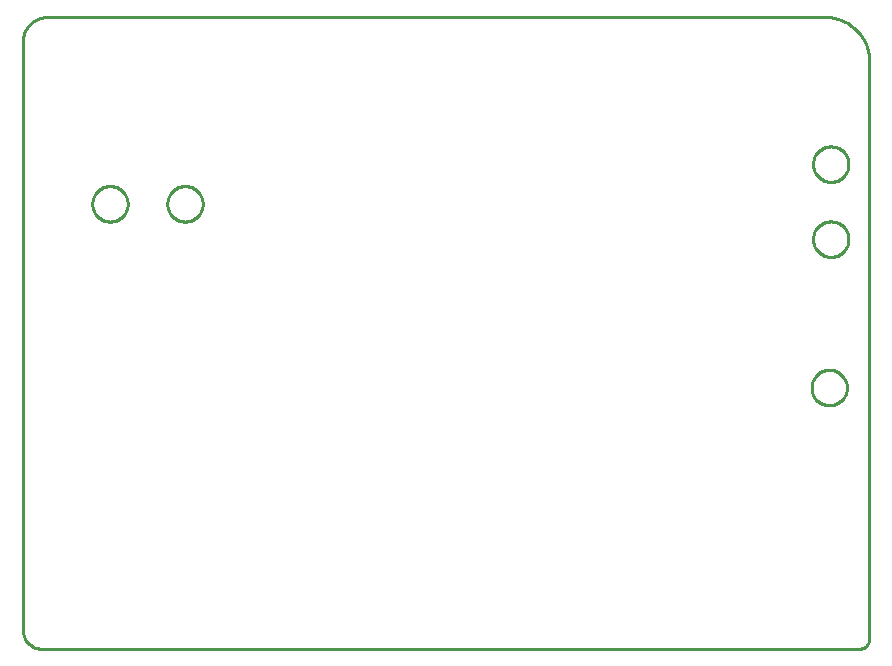
<source format=gbr>
G04 EAGLE Gerber RS-274X export*
G75*
%MOMM*%
%FSLAX34Y34*%
%LPD*%
%IN*%
%IPPOS*%
%AMOC8*
5,1,8,0,0,1.08239X$1,22.5*%
G01*
%ADD10C,0.254000*%


D10*
X406400Y1270D02*
X406458Y-58D01*
X406632Y-1376D01*
X406919Y-2674D01*
X407319Y-3942D01*
X407828Y-5171D01*
X408442Y-6350D01*
X409156Y-7471D01*
X409965Y-8526D01*
X410864Y-9506D01*
X411844Y-10405D01*
X412899Y-11214D01*
X414020Y-11928D01*
X415199Y-12542D01*
X416428Y-13051D01*
X417696Y-13451D01*
X418994Y-13738D01*
X420312Y-13912D01*
X421640Y-13970D01*
X1115060Y-13970D01*
X1115724Y-13941D01*
X1116383Y-13854D01*
X1117032Y-13710D01*
X1117666Y-13510D01*
X1118280Y-13256D01*
X1118870Y-12949D01*
X1119431Y-12592D01*
X1119958Y-12187D01*
X1120448Y-11738D01*
X1120897Y-11248D01*
X1121302Y-10721D01*
X1121659Y-10160D01*
X1121966Y-9570D01*
X1122220Y-8956D01*
X1122420Y-8322D01*
X1122564Y-7673D01*
X1122651Y-7014D01*
X1122680Y-6350D01*
X1122680Y478790D01*
X1122925Y482072D01*
X1122883Y485363D01*
X1122554Y488638D01*
X1121941Y491872D01*
X1121048Y495040D01*
X1119883Y498118D01*
X1118454Y501083D01*
X1116772Y503912D01*
X1114850Y506584D01*
X1112702Y509078D01*
X1110345Y511375D01*
X1107797Y513458D01*
X1105077Y515311D01*
X1102206Y516920D01*
X1099205Y518273D01*
X1096098Y519359D01*
X1092908Y520170D01*
X1089660Y520700D01*
X424180Y520700D01*
X422366Y520344D01*
X420589Y519830D01*
X418865Y519164D01*
X417204Y518350D01*
X415622Y517395D01*
X414128Y516305D01*
X412735Y515089D01*
X411453Y513757D01*
X410293Y512317D01*
X409262Y510782D01*
X408369Y509164D01*
X407620Y507473D01*
X407022Y505723D01*
X406578Y503929D01*
X406292Y502102D01*
X406167Y500257D01*
X406203Y498408D01*
X406400Y496570D01*
X406400Y1270D01*
X1089536Y222010D02*
X1090604Y221934D01*
X1091665Y221781D01*
X1092712Y221553D01*
X1093740Y221251D01*
X1094744Y220877D01*
X1095719Y220432D01*
X1096659Y219918D01*
X1097560Y219339D01*
X1098418Y218697D01*
X1099228Y217995D01*
X1099985Y217238D01*
X1100687Y216428D01*
X1101329Y215570D01*
X1101908Y214669D01*
X1102422Y213729D01*
X1102867Y212754D01*
X1103241Y211750D01*
X1103543Y210722D01*
X1103771Y209675D01*
X1103924Y208614D01*
X1104000Y207546D01*
X1104000Y206474D01*
X1103924Y205406D01*
X1103771Y204345D01*
X1103543Y203298D01*
X1103241Y202270D01*
X1102867Y201266D01*
X1102422Y200291D01*
X1101908Y199351D01*
X1101329Y198450D01*
X1100687Y197592D01*
X1099985Y196782D01*
X1099228Y196025D01*
X1098418Y195323D01*
X1097560Y194681D01*
X1096659Y194102D01*
X1095719Y193588D01*
X1094744Y193143D01*
X1093740Y192769D01*
X1092712Y192467D01*
X1091665Y192239D01*
X1090604Y192086D01*
X1089536Y192010D01*
X1088464Y192010D01*
X1087396Y192086D01*
X1086335Y192239D01*
X1085288Y192467D01*
X1084260Y192769D01*
X1083256Y193143D01*
X1082281Y193588D01*
X1081341Y194102D01*
X1080440Y194681D01*
X1079582Y195323D01*
X1078772Y196025D01*
X1078015Y196782D01*
X1077313Y197592D01*
X1076671Y198450D01*
X1076092Y199351D01*
X1075578Y200291D01*
X1075133Y201266D01*
X1074759Y202270D01*
X1074457Y203298D01*
X1074229Y204345D01*
X1074076Y205406D01*
X1074000Y206474D01*
X1074000Y207546D01*
X1074076Y208614D01*
X1074229Y209675D01*
X1074457Y210722D01*
X1074759Y211750D01*
X1075133Y212754D01*
X1075578Y213729D01*
X1076092Y214669D01*
X1076671Y215570D01*
X1077313Y216428D01*
X1078015Y217238D01*
X1078772Y217995D01*
X1079582Y218697D01*
X1080440Y219339D01*
X1081341Y219918D01*
X1082281Y220432D01*
X1083256Y220877D01*
X1084260Y221251D01*
X1085288Y221553D01*
X1086335Y221781D01*
X1087396Y221934D01*
X1088464Y222010D01*
X1089536Y222010D01*
X1090806Y347740D02*
X1091874Y347664D01*
X1092935Y347511D01*
X1093982Y347283D01*
X1095010Y346981D01*
X1096014Y346607D01*
X1096989Y346162D01*
X1097929Y345648D01*
X1098830Y345069D01*
X1099688Y344427D01*
X1100498Y343725D01*
X1101255Y342968D01*
X1101957Y342158D01*
X1102599Y341300D01*
X1103178Y340399D01*
X1103692Y339459D01*
X1104137Y338484D01*
X1104511Y337480D01*
X1104813Y336452D01*
X1105041Y335405D01*
X1105194Y334344D01*
X1105270Y333276D01*
X1105270Y332204D01*
X1105194Y331136D01*
X1105041Y330075D01*
X1104813Y329028D01*
X1104511Y328000D01*
X1104137Y326996D01*
X1103692Y326021D01*
X1103178Y325081D01*
X1102599Y324180D01*
X1101957Y323322D01*
X1101255Y322512D01*
X1100498Y321755D01*
X1099688Y321053D01*
X1098830Y320411D01*
X1097929Y319832D01*
X1096989Y319318D01*
X1096014Y318873D01*
X1095010Y318499D01*
X1093982Y318197D01*
X1092935Y317969D01*
X1091874Y317816D01*
X1090806Y317740D01*
X1089734Y317740D01*
X1088666Y317816D01*
X1087605Y317969D01*
X1086558Y318197D01*
X1085530Y318499D01*
X1084526Y318873D01*
X1083551Y319318D01*
X1082611Y319832D01*
X1081710Y320411D01*
X1080852Y321053D01*
X1080042Y321755D01*
X1079285Y322512D01*
X1078583Y323322D01*
X1077941Y324180D01*
X1077362Y325081D01*
X1076848Y326021D01*
X1076403Y326996D01*
X1076029Y328000D01*
X1075727Y329028D01*
X1075499Y330075D01*
X1075346Y331136D01*
X1075270Y332204D01*
X1075270Y333276D01*
X1075346Y334344D01*
X1075499Y335405D01*
X1075727Y336452D01*
X1076029Y337480D01*
X1076403Y338484D01*
X1076848Y339459D01*
X1077362Y340399D01*
X1077941Y341300D01*
X1078583Y342158D01*
X1079285Y342968D01*
X1080042Y343725D01*
X1080852Y344427D01*
X1081710Y345069D01*
X1082611Y345648D01*
X1083551Y346162D01*
X1084526Y346607D01*
X1085530Y346981D01*
X1086558Y347283D01*
X1087605Y347511D01*
X1088666Y347664D01*
X1089734Y347740D01*
X1090806Y347740D01*
X558560Y362074D02*
X558484Y361006D01*
X558331Y359945D01*
X558103Y358898D01*
X557801Y357870D01*
X557427Y356866D01*
X556982Y355891D01*
X556468Y354951D01*
X555889Y354050D01*
X555247Y353192D01*
X554545Y352382D01*
X553788Y351625D01*
X552978Y350923D01*
X552120Y350281D01*
X551219Y349702D01*
X550279Y349188D01*
X549304Y348743D01*
X548300Y348369D01*
X547272Y348067D01*
X546225Y347839D01*
X545164Y347686D01*
X544096Y347610D01*
X543024Y347610D01*
X541956Y347686D01*
X540895Y347839D01*
X539848Y348067D01*
X538820Y348369D01*
X537816Y348743D01*
X536841Y349188D01*
X535901Y349702D01*
X535000Y350281D01*
X534142Y350923D01*
X533332Y351625D01*
X532575Y352382D01*
X531873Y353192D01*
X531231Y354050D01*
X530652Y354951D01*
X530138Y355891D01*
X529693Y356866D01*
X529319Y357870D01*
X529017Y358898D01*
X528789Y359945D01*
X528636Y361006D01*
X528560Y362074D01*
X528560Y363146D01*
X528636Y364214D01*
X528789Y365275D01*
X529017Y366322D01*
X529319Y367350D01*
X529693Y368354D01*
X530138Y369329D01*
X530652Y370269D01*
X531231Y371170D01*
X531873Y372028D01*
X532575Y372838D01*
X533332Y373595D01*
X534142Y374297D01*
X535000Y374939D01*
X535901Y375518D01*
X536841Y376032D01*
X537816Y376477D01*
X538820Y376851D01*
X539848Y377153D01*
X540895Y377381D01*
X541956Y377534D01*
X543024Y377610D01*
X544096Y377610D01*
X545164Y377534D01*
X546225Y377381D01*
X547272Y377153D01*
X548300Y376851D01*
X549304Y376477D01*
X550279Y376032D01*
X551219Y375518D01*
X552120Y374939D01*
X552978Y374297D01*
X553788Y373595D01*
X554545Y372838D01*
X555247Y372028D01*
X555889Y371170D01*
X556468Y370269D01*
X556982Y369329D01*
X557427Y368354D01*
X557801Y367350D01*
X558103Y366322D01*
X558331Y365275D01*
X558484Y364214D01*
X558560Y363146D01*
X558560Y362074D01*
X495060Y362074D02*
X494984Y361006D01*
X494831Y359945D01*
X494603Y358898D01*
X494301Y357870D01*
X493927Y356866D01*
X493482Y355891D01*
X492968Y354951D01*
X492389Y354050D01*
X491747Y353192D01*
X491045Y352382D01*
X490288Y351625D01*
X489478Y350923D01*
X488620Y350281D01*
X487719Y349702D01*
X486779Y349188D01*
X485804Y348743D01*
X484800Y348369D01*
X483772Y348067D01*
X482725Y347839D01*
X481664Y347686D01*
X480596Y347610D01*
X479524Y347610D01*
X478456Y347686D01*
X477395Y347839D01*
X476348Y348067D01*
X475320Y348369D01*
X474316Y348743D01*
X473341Y349188D01*
X472401Y349702D01*
X471500Y350281D01*
X470642Y350923D01*
X469832Y351625D01*
X469075Y352382D01*
X468373Y353192D01*
X467731Y354050D01*
X467152Y354951D01*
X466638Y355891D01*
X466193Y356866D01*
X465819Y357870D01*
X465517Y358898D01*
X465289Y359945D01*
X465136Y361006D01*
X465060Y362074D01*
X465060Y363146D01*
X465136Y364214D01*
X465289Y365275D01*
X465517Y366322D01*
X465819Y367350D01*
X466193Y368354D01*
X466638Y369329D01*
X467152Y370269D01*
X467731Y371170D01*
X468373Y372028D01*
X469075Y372838D01*
X469832Y373595D01*
X470642Y374297D01*
X471500Y374939D01*
X472401Y375518D01*
X473341Y376032D01*
X474316Y376477D01*
X475320Y376851D01*
X476348Y377153D01*
X477395Y377381D01*
X478456Y377534D01*
X479524Y377610D01*
X480596Y377610D01*
X481664Y377534D01*
X482725Y377381D01*
X483772Y377153D01*
X484800Y376851D01*
X485804Y376477D01*
X486779Y376032D01*
X487719Y375518D01*
X488620Y374939D01*
X489478Y374297D01*
X490288Y373595D01*
X491045Y372838D01*
X491747Y372028D01*
X492389Y371170D01*
X492968Y370269D01*
X493482Y369329D01*
X493927Y368354D01*
X494301Y367350D01*
X494603Y366322D01*
X494831Y365275D01*
X494984Y364214D01*
X495060Y363146D01*
X495060Y362074D01*
X1090806Y411240D02*
X1091874Y411164D01*
X1092935Y411011D01*
X1093982Y410783D01*
X1095010Y410481D01*
X1096014Y410107D01*
X1096989Y409662D01*
X1097929Y409148D01*
X1098830Y408569D01*
X1099688Y407927D01*
X1100498Y407225D01*
X1101255Y406468D01*
X1101957Y405658D01*
X1102599Y404800D01*
X1103178Y403899D01*
X1103692Y402959D01*
X1104137Y401984D01*
X1104511Y400980D01*
X1104813Y399952D01*
X1105041Y398905D01*
X1105194Y397844D01*
X1105270Y396776D01*
X1105270Y395704D01*
X1105194Y394636D01*
X1105041Y393575D01*
X1104813Y392528D01*
X1104511Y391500D01*
X1104137Y390496D01*
X1103692Y389521D01*
X1103178Y388581D01*
X1102599Y387680D01*
X1101957Y386822D01*
X1101255Y386012D01*
X1100498Y385255D01*
X1099688Y384553D01*
X1098830Y383911D01*
X1097929Y383332D01*
X1096989Y382818D01*
X1096014Y382373D01*
X1095010Y381999D01*
X1093982Y381697D01*
X1092935Y381469D01*
X1091874Y381316D01*
X1090806Y381240D01*
X1089734Y381240D01*
X1088666Y381316D01*
X1087605Y381469D01*
X1086558Y381697D01*
X1085530Y381999D01*
X1084526Y382373D01*
X1083551Y382818D01*
X1082611Y383332D01*
X1081710Y383911D01*
X1080852Y384553D01*
X1080042Y385255D01*
X1079285Y386012D01*
X1078583Y386822D01*
X1077941Y387680D01*
X1077362Y388581D01*
X1076848Y389521D01*
X1076403Y390496D01*
X1076029Y391500D01*
X1075727Y392528D01*
X1075499Y393575D01*
X1075346Y394636D01*
X1075270Y395704D01*
X1075270Y396776D01*
X1075346Y397844D01*
X1075499Y398905D01*
X1075727Y399952D01*
X1076029Y400980D01*
X1076403Y401984D01*
X1076848Y402959D01*
X1077362Y403899D01*
X1077941Y404800D01*
X1078583Y405658D01*
X1079285Y406468D01*
X1080042Y407225D01*
X1080852Y407927D01*
X1081710Y408569D01*
X1082611Y409148D01*
X1083551Y409662D01*
X1084526Y410107D01*
X1085530Y410481D01*
X1086558Y410783D01*
X1087605Y411011D01*
X1088666Y411164D01*
X1089734Y411240D01*
X1090806Y411240D01*
M02*

</source>
